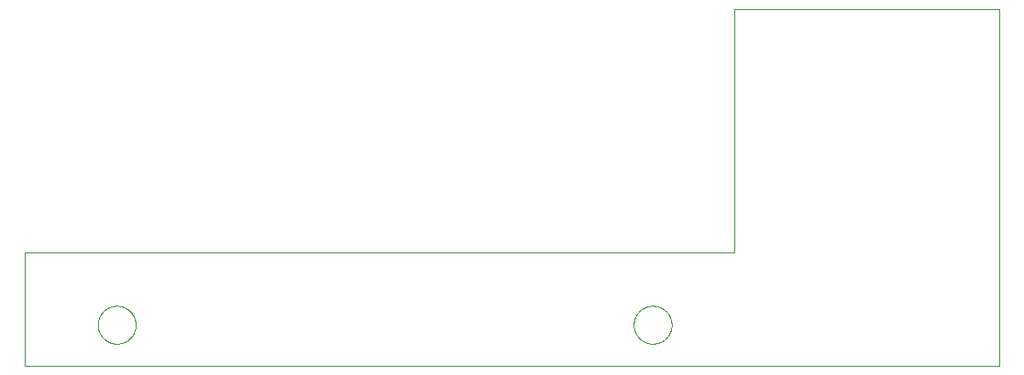
<source format=gm1>
G75*
%MOIN*%
%OFA0B0*%
%FSLAX25Y25*%
%IPPOS*%
%LPD*%
%AMOC8*
5,1,8,0,0,1.08239X$1,22.5*
%
%ADD10C,0.00197*%
%ADD11C,0.00000*%
D10*
X0099433Y0091492D02*
X0099433Y0132831D01*
X0357307Y0132831D01*
X0357307Y0221414D01*
X0453764Y0221414D01*
X0453764Y0091492D01*
X0099433Y0091492D01*
D11*
X0126008Y0106453D02*
X0126010Y0106622D01*
X0126016Y0106791D01*
X0126027Y0106960D01*
X0126041Y0107128D01*
X0126060Y0107296D01*
X0126083Y0107464D01*
X0126109Y0107631D01*
X0126140Y0107797D01*
X0126175Y0107963D01*
X0126214Y0108127D01*
X0126258Y0108291D01*
X0126305Y0108453D01*
X0126356Y0108614D01*
X0126411Y0108774D01*
X0126470Y0108933D01*
X0126532Y0109090D01*
X0126599Y0109245D01*
X0126670Y0109399D01*
X0126744Y0109551D01*
X0126822Y0109701D01*
X0126903Y0109849D01*
X0126988Y0109995D01*
X0127077Y0110139D01*
X0127169Y0110281D01*
X0127265Y0110420D01*
X0127364Y0110557D01*
X0127466Y0110692D01*
X0127572Y0110824D01*
X0127681Y0110953D01*
X0127793Y0111080D01*
X0127908Y0111204D01*
X0128026Y0111325D01*
X0128147Y0111443D01*
X0128271Y0111558D01*
X0128398Y0111670D01*
X0128527Y0111779D01*
X0128659Y0111885D01*
X0128794Y0111987D01*
X0128931Y0112086D01*
X0129070Y0112182D01*
X0129212Y0112274D01*
X0129356Y0112363D01*
X0129502Y0112448D01*
X0129650Y0112529D01*
X0129800Y0112607D01*
X0129952Y0112681D01*
X0130106Y0112752D01*
X0130261Y0112819D01*
X0130418Y0112881D01*
X0130577Y0112940D01*
X0130737Y0112995D01*
X0130898Y0113046D01*
X0131060Y0113093D01*
X0131224Y0113137D01*
X0131388Y0113176D01*
X0131554Y0113211D01*
X0131720Y0113242D01*
X0131887Y0113268D01*
X0132055Y0113291D01*
X0132223Y0113310D01*
X0132391Y0113324D01*
X0132560Y0113335D01*
X0132729Y0113341D01*
X0132898Y0113343D01*
X0133067Y0113341D01*
X0133236Y0113335D01*
X0133405Y0113324D01*
X0133573Y0113310D01*
X0133741Y0113291D01*
X0133909Y0113268D01*
X0134076Y0113242D01*
X0134242Y0113211D01*
X0134408Y0113176D01*
X0134572Y0113137D01*
X0134736Y0113093D01*
X0134898Y0113046D01*
X0135059Y0112995D01*
X0135219Y0112940D01*
X0135378Y0112881D01*
X0135535Y0112819D01*
X0135690Y0112752D01*
X0135844Y0112681D01*
X0135996Y0112607D01*
X0136146Y0112529D01*
X0136294Y0112448D01*
X0136440Y0112363D01*
X0136584Y0112274D01*
X0136726Y0112182D01*
X0136865Y0112086D01*
X0137002Y0111987D01*
X0137137Y0111885D01*
X0137269Y0111779D01*
X0137398Y0111670D01*
X0137525Y0111558D01*
X0137649Y0111443D01*
X0137770Y0111325D01*
X0137888Y0111204D01*
X0138003Y0111080D01*
X0138115Y0110953D01*
X0138224Y0110824D01*
X0138330Y0110692D01*
X0138432Y0110557D01*
X0138531Y0110420D01*
X0138627Y0110281D01*
X0138719Y0110139D01*
X0138808Y0109995D01*
X0138893Y0109849D01*
X0138974Y0109701D01*
X0139052Y0109551D01*
X0139126Y0109399D01*
X0139197Y0109245D01*
X0139264Y0109090D01*
X0139326Y0108933D01*
X0139385Y0108774D01*
X0139440Y0108614D01*
X0139491Y0108453D01*
X0139538Y0108291D01*
X0139582Y0108127D01*
X0139621Y0107963D01*
X0139656Y0107797D01*
X0139687Y0107631D01*
X0139713Y0107464D01*
X0139736Y0107296D01*
X0139755Y0107128D01*
X0139769Y0106960D01*
X0139780Y0106791D01*
X0139786Y0106622D01*
X0139788Y0106453D01*
X0139786Y0106284D01*
X0139780Y0106115D01*
X0139769Y0105946D01*
X0139755Y0105778D01*
X0139736Y0105610D01*
X0139713Y0105442D01*
X0139687Y0105275D01*
X0139656Y0105109D01*
X0139621Y0104943D01*
X0139582Y0104779D01*
X0139538Y0104615D01*
X0139491Y0104453D01*
X0139440Y0104292D01*
X0139385Y0104132D01*
X0139326Y0103973D01*
X0139264Y0103816D01*
X0139197Y0103661D01*
X0139126Y0103507D01*
X0139052Y0103355D01*
X0138974Y0103205D01*
X0138893Y0103057D01*
X0138808Y0102911D01*
X0138719Y0102767D01*
X0138627Y0102625D01*
X0138531Y0102486D01*
X0138432Y0102349D01*
X0138330Y0102214D01*
X0138224Y0102082D01*
X0138115Y0101953D01*
X0138003Y0101826D01*
X0137888Y0101702D01*
X0137770Y0101581D01*
X0137649Y0101463D01*
X0137525Y0101348D01*
X0137398Y0101236D01*
X0137269Y0101127D01*
X0137137Y0101021D01*
X0137002Y0100919D01*
X0136865Y0100820D01*
X0136726Y0100724D01*
X0136584Y0100632D01*
X0136440Y0100543D01*
X0136294Y0100458D01*
X0136146Y0100377D01*
X0135996Y0100299D01*
X0135844Y0100225D01*
X0135690Y0100154D01*
X0135535Y0100087D01*
X0135378Y0100025D01*
X0135219Y0099966D01*
X0135059Y0099911D01*
X0134898Y0099860D01*
X0134736Y0099813D01*
X0134572Y0099769D01*
X0134408Y0099730D01*
X0134242Y0099695D01*
X0134076Y0099664D01*
X0133909Y0099638D01*
X0133741Y0099615D01*
X0133573Y0099596D01*
X0133405Y0099582D01*
X0133236Y0099571D01*
X0133067Y0099565D01*
X0132898Y0099563D01*
X0132729Y0099565D01*
X0132560Y0099571D01*
X0132391Y0099582D01*
X0132223Y0099596D01*
X0132055Y0099615D01*
X0131887Y0099638D01*
X0131720Y0099664D01*
X0131554Y0099695D01*
X0131388Y0099730D01*
X0131224Y0099769D01*
X0131060Y0099813D01*
X0130898Y0099860D01*
X0130737Y0099911D01*
X0130577Y0099966D01*
X0130418Y0100025D01*
X0130261Y0100087D01*
X0130106Y0100154D01*
X0129952Y0100225D01*
X0129800Y0100299D01*
X0129650Y0100377D01*
X0129502Y0100458D01*
X0129356Y0100543D01*
X0129212Y0100632D01*
X0129070Y0100724D01*
X0128931Y0100820D01*
X0128794Y0100919D01*
X0128659Y0101021D01*
X0128527Y0101127D01*
X0128398Y0101236D01*
X0128271Y0101348D01*
X0128147Y0101463D01*
X0128026Y0101581D01*
X0127908Y0101702D01*
X0127793Y0101826D01*
X0127681Y0101953D01*
X0127572Y0102082D01*
X0127466Y0102214D01*
X0127364Y0102349D01*
X0127265Y0102486D01*
X0127169Y0102625D01*
X0127077Y0102767D01*
X0126988Y0102911D01*
X0126903Y0103057D01*
X0126822Y0103205D01*
X0126744Y0103355D01*
X0126670Y0103507D01*
X0126599Y0103661D01*
X0126532Y0103816D01*
X0126470Y0103973D01*
X0126411Y0104132D01*
X0126356Y0104292D01*
X0126305Y0104453D01*
X0126258Y0104615D01*
X0126214Y0104779D01*
X0126175Y0104943D01*
X0126140Y0105109D01*
X0126109Y0105275D01*
X0126083Y0105442D01*
X0126060Y0105610D01*
X0126041Y0105778D01*
X0126027Y0105946D01*
X0126016Y0106115D01*
X0126010Y0106284D01*
X0126008Y0106453D01*
X0320890Y0106453D02*
X0320892Y0106622D01*
X0320898Y0106791D01*
X0320909Y0106960D01*
X0320923Y0107128D01*
X0320942Y0107296D01*
X0320965Y0107464D01*
X0320991Y0107631D01*
X0321022Y0107797D01*
X0321057Y0107963D01*
X0321096Y0108127D01*
X0321140Y0108291D01*
X0321187Y0108453D01*
X0321238Y0108614D01*
X0321293Y0108774D01*
X0321352Y0108933D01*
X0321414Y0109090D01*
X0321481Y0109245D01*
X0321552Y0109399D01*
X0321626Y0109551D01*
X0321704Y0109701D01*
X0321785Y0109849D01*
X0321870Y0109995D01*
X0321959Y0110139D01*
X0322051Y0110281D01*
X0322147Y0110420D01*
X0322246Y0110557D01*
X0322348Y0110692D01*
X0322454Y0110824D01*
X0322563Y0110953D01*
X0322675Y0111080D01*
X0322790Y0111204D01*
X0322908Y0111325D01*
X0323029Y0111443D01*
X0323153Y0111558D01*
X0323280Y0111670D01*
X0323409Y0111779D01*
X0323541Y0111885D01*
X0323676Y0111987D01*
X0323813Y0112086D01*
X0323952Y0112182D01*
X0324094Y0112274D01*
X0324238Y0112363D01*
X0324384Y0112448D01*
X0324532Y0112529D01*
X0324682Y0112607D01*
X0324834Y0112681D01*
X0324988Y0112752D01*
X0325143Y0112819D01*
X0325300Y0112881D01*
X0325459Y0112940D01*
X0325619Y0112995D01*
X0325780Y0113046D01*
X0325942Y0113093D01*
X0326106Y0113137D01*
X0326270Y0113176D01*
X0326436Y0113211D01*
X0326602Y0113242D01*
X0326769Y0113268D01*
X0326937Y0113291D01*
X0327105Y0113310D01*
X0327273Y0113324D01*
X0327442Y0113335D01*
X0327611Y0113341D01*
X0327780Y0113343D01*
X0327949Y0113341D01*
X0328118Y0113335D01*
X0328287Y0113324D01*
X0328455Y0113310D01*
X0328623Y0113291D01*
X0328791Y0113268D01*
X0328958Y0113242D01*
X0329124Y0113211D01*
X0329290Y0113176D01*
X0329454Y0113137D01*
X0329618Y0113093D01*
X0329780Y0113046D01*
X0329941Y0112995D01*
X0330101Y0112940D01*
X0330260Y0112881D01*
X0330417Y0112819D01*
X0330572Y0112752D01*
X0330726Y0112681D01*
X0330878Y0112607D01*
X0331028Y0112529D01*
X0331176Y0112448D01*
X0331322Y0112363D01*
X0331466Y0112274D01*
X0331608Y0112182D01*
X0331747Y0112086D01*
X0331884Y0111987D01*
X0332019Y0111885D01*
X0332151Y0111779D01*
X0332280Y0111670D01*
X0332407Y0111558D01*
X0332531Y0111443D01*
X0332652Y0111325D01*
X0332770Y0111204D01*
X0332885Y0111080D01*
X0332997Y0110953D01*
X0333106Y0110824D01*
X0333212Y0110692D01*
X0333314Y0110557D01*
X0333413Y0110420D01*
X0333509Y0110281D01*
X0333601Y0110139D01*
X0333690Y0109995D01*
X0333775Y0109849D01*
X0333856Y0109701D01*
X0333934Y0109551D01*
X0334008Y0109399D01*
X0334079Y0109245D01*
X0334146Y0109090D01*
X0334208Y0108933D01*
X0334267Y0108774D01*
X0334322Y0108614D01*
X0334373Y0108453D01*
X0334420Y0108291D01*
X0334464Y0108127D01*
X0334503Y0107963D01*
X0334538Y0107797D01*
X0334569Y0107631D01*
X0334595Y0107464D01*
X0334618Y0107296D01*
X0334637Y0107128D01*
X0334651Y0106960D01*
X0334662Y0106791D01*
X0334668Y0106622D01*
X0334670Y0106453D01*
X0334668Y0106284D01*
X0334662Y0106115D01*
X0334651Y0105946D01*
X0334637Y0105778D01*
X0334618Y0105610D01*
X0334595Y0105442D01*
X0334569Y0105275D01*
X0334538Y0105109D01*
X0334503Y0104943D01*
X0334464Y0104779D01*
X0334420Y0104615D01*
X0334373Y0104453D01*
X0334322Y0104292D01*
X0334267Y0104132D01*
X0334208Y0103973D01*
X0334146Y0103816D01*
X0334079Y0103661D01*
X0334008Y0103507D01*
X0333934Y0103355D01*
X0333856Y0103205D01*
X0333775Y0103057D01*
X0333690Y0102911D01*
X0333601Y0102767D01*
X0333509Y0102625D01*
X0333413Y0102486D01*
X0333314Y0102349D01*
X0333212Y0102214D01*
X0333106Y0102082D01*
X0332997Y0101953D01*
X0332885Y0101826D01*
X0332770Y0101702D01*
X0332652Y0101581D01*
X0332531Y0101463D01*
X0332407Y0101348D01*
X0332280Y0101236D01*
X0332151Y0101127D01*
X0332019Y0101021D01*
X0331884Y0100919D01*
X0331747Y0100820D01*
X0331608Y0100724D01*
X0331466Y0100632D01*
X0331322Y0100543D01*
X0331176Y0100458D01*
X0331028Y0100377D01*
X0330878Y0100299D01*
X0330726Y0100225D01*
X0330572Y0100154D01*
X0330417Y0100087D01*
X0330260Y0100025D01*
X0330101Y0099966D01*
X0329941Y0099911D01*
X0329780Y0099860D01*
X0329618Y0099813D01*
X0329454Y0099769D01*
X0329290Y0099730D01*
X0329124Y0099695D01*
X0328958Y0099664D01*
X0328791Y0099638D01*
X0328623Y0099615D01*
X0328455Y0099596D01*
X0328287Y0099582D01*
X0328118Y0099571D01*
X0327949Y0099565D01*
X0327780Y0099563D01*
X0327611Y0099565D01*
X0327442Y0099571D01*
X0327273Y0099582D01*
X0327105Y0099596D01*
X0326937Y0099615D01*
X0326769Y0099638D01*
X0326602Y0099664D01*
X0326436Y0099695D01*
X0326270Y0099730D01*
X0326106Y0099769D01*
X0325942Y0099813D01*
X0325780Y0099860D01*
X0325619Y0099911D01*
X0325459Y0099966D01*
X0325300Y0100025D01*
X0325143Y0100087D01*
X0324988Y0100154D01*
X0324834Y0100225D01*
X0324682Y0100299D01*
X0324532Y0100377D01*
X0324384Y0100458D01*
X0324238Y0100543D01*
X0324094Y0100632D01*
X0323952Y0100724D01*
X0323813Y0100820D01*
X0323676Y0100919D01*
X0323541Y0101021D01*
X0323409Y0101127D01*
X0323280Y0101236D01*
X0323153Y0101348D01*
X0323029Y0101463D01*
X0322908Y0101581D01*
X0322790Y0101702D01*
X0322675Y0101826D01*
X0322563Y0101953D01*
X0322454Y0102082D01*
X0322348Y0102214D01*
X0322246Y0102349D01*
X0322147Y0102486D01*
X0322051Y0102625D01*
X0321959Y0102767D01*
X0321870Y0102911D01*
X0321785Y0103057D01*
X0321704Y0103205D01*
X0321626Y0103355D01*
X0321552Y0103507D01*
X0321481Y0103661D01*
X0321414Y0103816D01*
X0321352Y0103973D01*
X0321293Y0104132D01*
X0321238Y0104292D01*
X0321187Y0104453D01*
X0321140Y0104615D01*
X0321096Y0104779D01*
X0321057Y0104943D01*
X0321022Y0105109D01*
X0320991Y0105275D01*
X0320965Y0105442D01*
X0320942Y0105610D01*
X0320923Y0105778D01*
X0320909Y0105946D01*
X0320898Y0106115D01*
X0320892Y0106284D01*
X0320890Y0106453D01*
M02*

</source>
